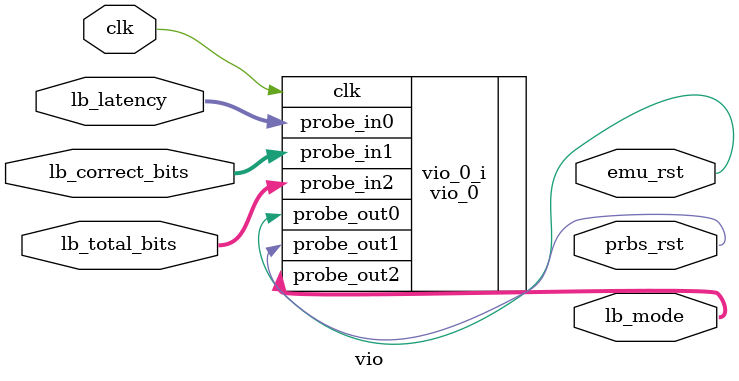
<source format=sv>
module vio (
    output wire logic emu_rst,
    output wire logic prbs_rst,
    output wire logic [1:0] lb_mode,
    input wire logic [7:0] lb_latency,
    input wire logic [63:0] lb_correct_bits,
    input wire logic [63:0] lb_total_bits,
    input wire logic clk
);

    vio_0 vio_0_i (
        .clk(clk),
        .probe_in0(lb_latency),
        .probe_in1(lb_correct_bits),
        .probe_in2(lb_total_bits),
        .probe_out0(emu_rst),
        .probe_out1(prbs_rst),
        .probe_out2(lb_mode)
    );

endmodule

</source>
